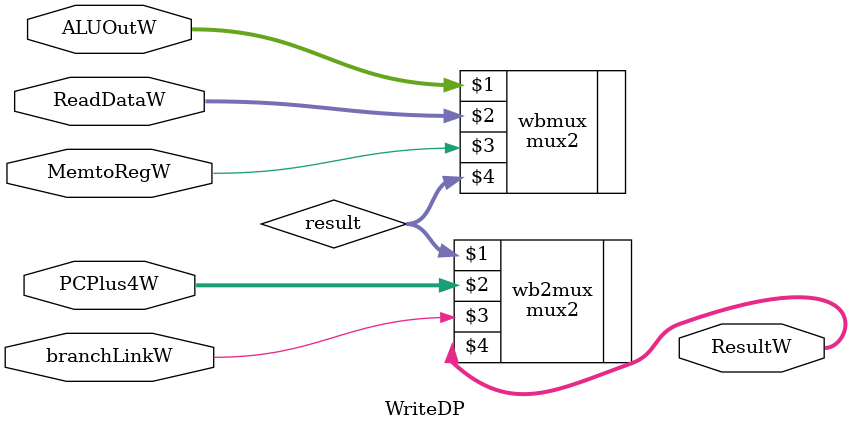
<source format=sv>
module WriteDP (input logic[31:0] PCPlus4W,
				input logic branchLinkW,
				input logic MemtoRegW,
				input logic [31:0] ALUOutW, ReadDataW,
				output [31:0] ResultW
				);

	logic [31:0] result;
	
	mux2 #(32) wbmux(ALUOutW,ReadDataW,MemtoRegW, result);
	mux2 #(32) wb2mux(result,PCPlus4W, branchLinkW, ResultW);
	
endmodule

</source>
